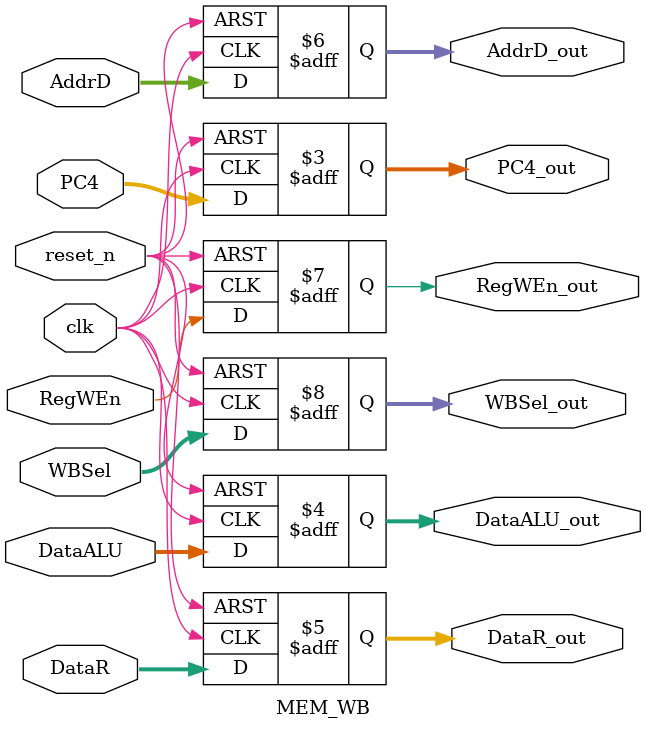
<source format=sv>
`timescale 1ns / 1ps


module MEM_WB(
    input clk,reset_n,
    input [31:0] PC4,
    input [31:0] DataALU,
    input [31:0] DataR,
    input [4:0] AddrD,
    input RegWEn,
    input [1:0] WBSel,
    output reg[31:0] PC4_out,
    output reg[31:0] DataALU_out,
    output reg[31:0] DataR_out,
    output reg[4:0] AddrD_out,
    output reg RegWEn_out,
    output reg[1:0] WBSel_out
    );
    always @(posedge clk or negedge reset_n) begin
        if(!reset_n) begin
            PC4_out<=0;
            DataALU_out<=0;
            AddrD_out<=0;
            RegWEn_out<=0;
            WBSel_out<=0;
            DataR_out<=0;
        end
        else begin
            PC4_out<=PC4;
            DataR_out<=DataR;
            DataALU_out<=DataALU;
            AddrD_out<=AddrD;
            RegWEn_out<=RegWEn;
            WBSel_out<=WBSel;
        end
    end
endmodule

</source>
